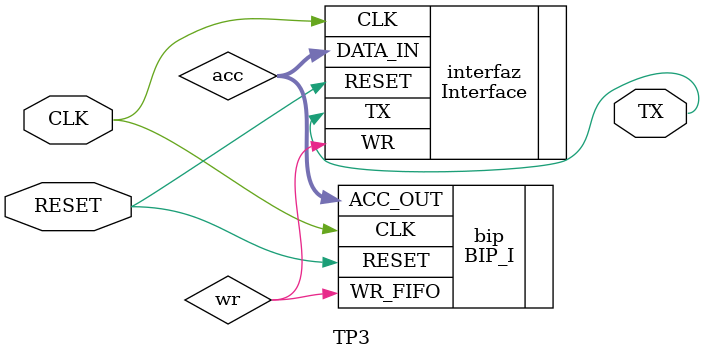
<source format=v>
`timescale 1ns / 1ps
module TP3(
		input CLK,
		input RESET,
		output wire TX
    );

wire [15:0] acc;
wire wr;

BIP_I bip (
    .CLK(CLK), 
    .RESET(RESET), 
    .ACC_OUT(acc),
	 .WR_FIFO(wr)
    );
	 
Interface interfaz (
    .CLK(CLK), 
    .RESET(RESET), 
    .DATA_IN(acc), 
    .WR(wr), 
    .TX(TX)
    );






endmodule

</source>
